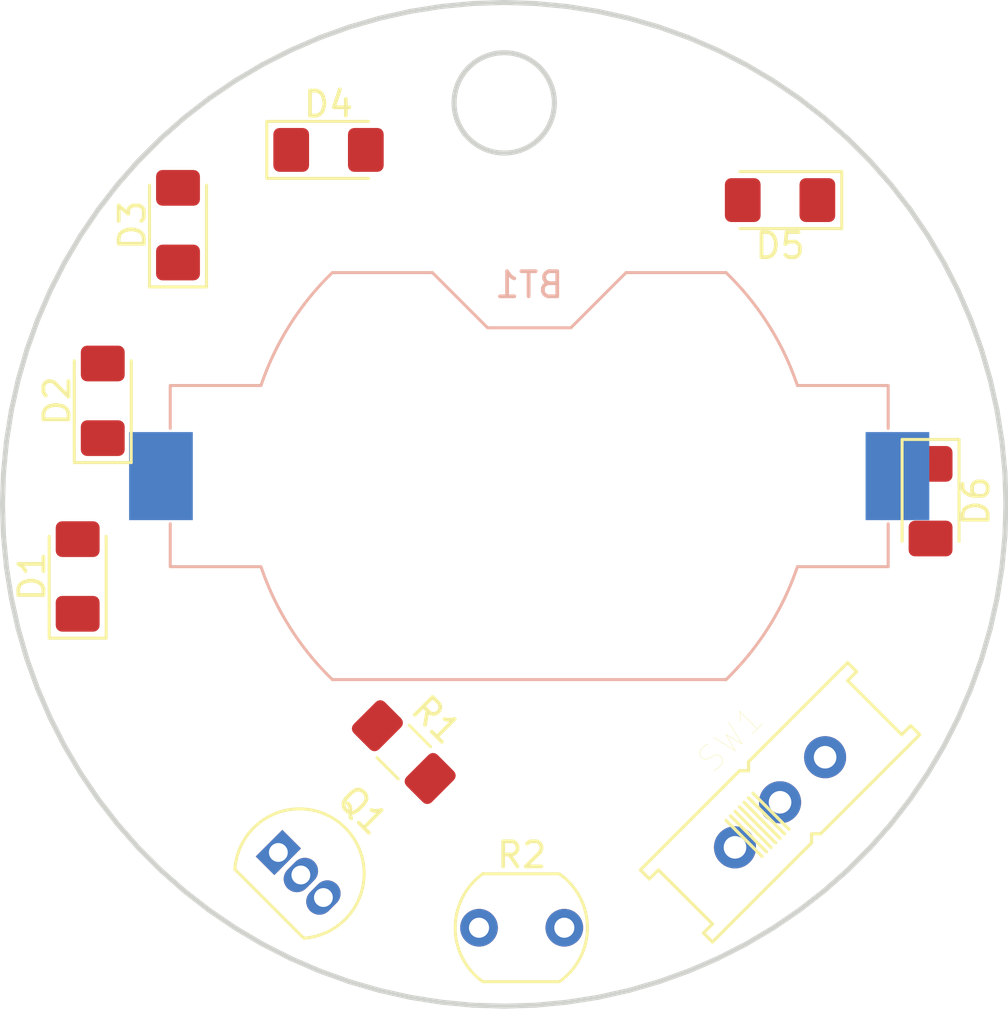
<source format=kicad_pcb>
(kicad_pcb (version 20211014) (generator pcbnew)
  (layers (0 "F.Cu" signal) (31 "B.Cu" signal) (34 "B.Paste" user) (35 "F.Paste" user) (36 "B.SilkS" user "B.Silkscreen") (37 "F.SilkS" user "F.Silkscreen") (38 "B.Mask" user) (39 "F.Mask" user) (44 "Edge.Cuts" user))
  (net 0 "")
  (net 1 "Net-(Q1-Pad1)")
  (net 2 "Net-(BT1-Pad2)")
  (net 3 "Net-(BT1-Pad1)")
  (net 4 "Net-(D1-Pad1)")
  (net 5 "Net-(D1-Pad2)")
  (footprint "LED_SMD:LED_1206_3216Metric_Pad1.42x1.75mm_HandSolder" (layer "F.Cu") (at 140 103 90)
    (fp_text reference "D1" (at 0 -1.82 90) (layer "F.SilkS"))
    (fp_text value "LED")
    (fp_line (start -2.46 -1.135) (end -2.46 1.135) (layer "F.SilkS") (width 0.12))
    (fp_line (start 1.6 -1.135) (end -2.46 -1.135) (layer "F.SilkS") (width 0.12))
    (fp_line (start -2.46 1.135) (end 1.6 1.135) (layer "F.SilkS") (width 0.12))
    (pad "1" smd roundrect (at -1.4875 0 90) (size 1.425 1.75) (layers "F.Cu" "F.Paste" "F.Mask") (roundrect_rratio 0.175439) (net 4 "Net-(D1-Pad1)"))
    (pad "2" smd roundrect (at 1.4875 0 90) (size 1.425 1.75) (layers "F.Cu" "F.Paste" "F.Mask") (roundrect_rratio 0.175439) (net 5 "Net-(D1-Pad2)"))
  )
  (footprint "LED_SMD:LED_1206_3216Metric_Pad1.42x1.75mm_HandSolder" (layer "F.Cu") (at 141 96 90)
    (fp_text reference "D2" (at 0 -1.82 90) (layer "F.SilkS"))
    (fp_text value "LED")
    (fp_line (start 1.6 -1.135) (end -2.46 -1.135) (layer "F.SilkS") (width 0.12))
    (fp_line (start -2.46 1.135) (end 1.6 1.135) (layer "F.SilkS") (width 0.12))
    (fp_line (start -2.46 -1.135) (end -2.46 1.135) (layer "F.SilkS") (width 0.12))
    (pad "1" smd roundrect (at -1.4875 0 90) (size 1.425 1.75) (layers "F.Cu" "F.Paste" "F.Mask") (roundrect_rratio 0.175439) (net 4 "Net-(D1-Pad1)"))
    (pad "2" smd roundrect (at 1.4875 0 90) (size 1.425 1.75) (layers "F.Cu" "F.Paste" "F.Mask") (roundrect_rratio 0.175439) (net 5 "Net-(D1-Pad2)"))
  )
  (footprint "LED_SMD:LED_1206_3216Metric_Pad1.42x1.75mm_HandSolder" (layer "F.Cu") (at 144 89 90)
    (fp_text reference "D3" (at 0 -1.82 90) (layer "F.SilkS"))
    (fp_text value "LED")
    (fp_line (start 1.6 -1.135) (end -2.46 -1.135) (layer "F.SilkS") (width 0.12))
    (fp_line (start -2.46 -1.135) (end -2.46 1.135) (layer "F.SilkS") (width 0.12))
    (fp_line (start -2.46 1.135) (end 1.6 1.135) (layer "F.SilkS") (width 0.12))
    (pad "1" smd roundrect (at -1.4875 0 90) (size 1.425 1.75) (layers "F.Cu" "F.Paste" "F.Mask") (roundrect_rratio 0.175439) (net 4 "Net-(D1-Pad1)"))
    (pad "2" smd roundrect (at 1.4875 0 90) (size 1.425 1.75) (layers "F.Cu" "F.Paste" "F.Mask") (roundrect_rratio 0.175439) (net 5 "Net-(D1-Pad2)"))
  )
  (footprint "LED_SMD:LED_1206_3216Metric_Pad1.42x1.75mm_HandSolder" (layer "F.Cu") (at 150 86)
    (fp_text reference "D4" (at 0 -1.82) (layer "F.SilkS"))
    (fp_text value "LED")
    (fp_line (start 1.6 -1.135) (end -2.46 -1.135) (layer "F.SilkS") (width 0.12))
    (fp_line (start -2.46 -1.135) (end -2.46 1.135) (layer "F.SilkS") (width 0.12))
    (fp_line (start -2.46 1.135) (end 1.6 1.135) (layer "F.SilkS") (width 0.12))
    (pad "1" smd roundrect (at -1.4875 0) (size 1.425 1.75) (layers "F.Cu" "F.Paste" "F.Mask") (roundrect_rratio 0.175439) (net 4 "Net-(D1-Pad1)"))
    (pad "2" smd roundrect (at 1.4875 0) (size 1.425 1.75) (layers "F.Cu" "F.Paste" "F.Mask") (roundrect_rratio 0.175439) (net 5 "Net-(D1-Pad2)"))
  )
  (footprint "LED_SMD:LED_1206_3216Metric_Pad1.42x1.75mm_HandSolder" (layer "F.Cu") (at 168 88 180)
    (fp_text reference "D5" (at 0 -1.82) (layer "F.SilkS"))
    (fp_text value "LED")
    (fp_line (start 1.6 -1.135) (end -2.46 -1.135) (layer "F.SilkS") (width 0.12))
    (fp_line (start -2.46 -1.135) (end -2.46 1.135) (layer "F.SilkS") (width 0.12))
    (fp_line (start -2.46 1.135) (end 1.6 1.135) (layer "F.SilkS") (width 0.12))
    (pad "1" smd roundrect (at -1.4875 0 180) (size 1.425 1.75) (layers "F.Cu" "F.Paste" "F.Mask") (roundrect_rratio 0.175439) (net 4 "Net-(D1-Pad1)"))
    (pad "2" smd roundrect (at 1.4875 0 180) (size 1.425 1.75) (layers "F.Cu" "F.Paste" "F.Mask") (roundrect_rratio 0.175439) (net 5 "Net-(D1-Pad2)"))
  )
  (footprint "LED_SMD:LED_1206_3216Metric_Pad1.42x1.75mm_HandSolder" (layer "F.Cu") (at 174 100 -90)
    (fp_text reference "D6" (at 0 -1.82 90) (layer "F.SilkS"))
    (fp_text value "LED")
    (fp_line (start 1.6 -1.135) (end -2.46 -1.135) (layer "F.SilkS") (width 0.12))
    (fp_line (start -2.46 1.135) (end 1.6 1.135) (layer "F.SilkS") (width 0.12))
    (fp_line (start -2.46 -1.135) (end -2.46 1.135) (layer "F.SilkS") (width 0.12))
    (pad "1" smd roundrect (at -1.4875 0 270) (size 1.425 1.75) (layers "F.Cu" "F.Paste" "F.Mask") (roundrect_rratio 0.175439) (net 4 "Net-(D1-Pad1)"))
    (pad "2" smd roundrect (at 1.4875 0 270) (size 1.425 1.75) (layers "F.Cu" "F.Paste" "F.Mask") (roundrect_rratio 0.175439) (net 5 "Net-(D1-Pad2)"))
  )
  (footprint "Resistor_SMD:R_1206_3216Metric_Pad1.42x1.75mm_HandSolder" (layer "F.Cu") (at 153 110 -45)
    (fp_text reference "R1" (at 0 -1.82 135) (layer "F.SilkS"))
    (fp_text value "100k")
    (fp_line (start -0.602064 -0.91) (end 0.602064 -0.91) (layer "F.SilkS") (width 0.12))
    (fp_line (start -0.602064 0.91) (end 0.602064 0.91) (layer "F.SilkS") (width 0.12))
    (pad "1" smd roundrect locked (at -1.4875 0 315) (size 1.425 1.75) (layers "F.Cu" "F.Paste" "F.Mask") (roundrect_rratio 0.175439) (net 5 "Net-(D1-Pad2)"))
    (pad "2" smd roundrect locked (at 1.4875 0 315) (size 1.425 1.75) (layers "F.Cu" "F.Paste" "F.Mask") (roundrect_rratio 0.175439) (net 1 "Net-(Q1-Pad1)"))
  )
  (footprint "OptoDevice:R_LDR_5.1x4.3mm_P3.4mm_Vertical" (layer "F.Cu") (at 156 117)
    (fp_text reference "R2" (at 1.7 -2.9) (layer "F.SilkS"))
    (fp_text value "LDR")
    (fp_line (start 0.15 -2.15) (end 3.2 -2.15) (layer "F.SilkS") (width 0.12))
    (fp_line (start 0.15 2.15) (end 3.2 2.15) (layer "F.SilkS") (width 0.12))
    (fp_arc (start 0.15 2.15) (mid -0.950438 -0.013368) (end 0.171766 -2.165525) (layer "F.SilkS") (width 0.12))
    (fp_arc (start 3.2 -2.15) (mid 4.321403 -0.027338) (end 3.244513 2.118249) (layer "F.SilkS") (width 0.12))
    (pad "1" thru_hole circle (at 0 0) (size 1.5 1.5) (drill 0.8) (layers *.Cu *.Mask) (net 1 "Net-(Q1-Pad1)"))
    (pad "2" thru_hole circle (at 3.4 0) (size 1.5 1.5) (drill 0.8) (layers *.Cu *.Mask) (net 2 "Net-(BT1-Pad2)"))
  )
  (footprint "EG1218:EG1218" (layer "F.Cu") (at 167.999994 112.000005 45)
    (fp_text reference "SW1" (at 0.381 -3.175 45) (layer "F.SilkS") (effects (font (thickness 0.015))))
    (fp_text value "EG1218")
    (fp_line (start -1.778 1.016) (end -1.778 -1.016) (layer "F.SilkS") (width 0.127))
    (fp_line (start 0.254 -2.032) (end 5.842 -2.032) (layer "F.SilkS") (width 0.127))
    (fp_line (start -5.842 -1.524) (end -5.842 -2.032) (layer "F.SilkS") (width 0.127))
    (fp_line (start 5.842 -2.032) (end 5.842 -1.524) (layer "F.SilkS") (width 0.127))
    (fp_line (start -0.762 1.016) (end -0.762 -1.016) (layer "F.SilkS") (width 0.127))
    (fp_line (start -1.016 -1.016) (end -1.016 1.016) (layer "F.SilkS") (width 0.127))
    (fp_line (start 0 -1.778) (end 0.254 -2.032) (layer "F.SilkS") (width 0.127))
    (fp_line (start -1.27 1.016) (end -1.27 -1.016) (layer "F.SilkS") (width 0.127))
    (fp_line (start 0 1.778) (end -0.254 2.032) (layer "F.SilkS") (width 0.127))
    (fp_line (start 5.842 2.032) (end 0.254 2.032) (layer "F.SilkS") (width 0.127))
    (fp_line (start 5.842 -1.524) (end 5.334 -1.524) (layer "F.SilkS") (width 0.127))
    (fp_line (start 5.334 1.524) (end 5.842 1.524) (layer "F.SilkS") (width 0.127))
    (fp_line (start -2.032 -1.016) (end -2.032 1.016) (layer "F.SilkS") (width 0.127))
    (fp_line (start -5.334 1.524) (end -5.334 -1.524) (layer "F.SilkS") (width 0.127))
    (fp_line (start -5.842 1.524) (end -5.334 1.524) (layer "F.SilkS") (width 0.127))
    (fp_line (start -0.254 -2.032) (end 0 -1.778) (layer "F.SilkS") (width 0.127))
    (fp_line (start -5.842 2.032) (end -5.842 1.524) (layer "F.SilkS") (width 0.127))
    (fp_line (start -5.334 -1.524) (end -5.842 -1.524) (layer "F.SilkS") (width 0.127))
    (fp_line (start -0.508 -1.016) (end -0.508 1.016) (layer "F.SilkS") (width 0.127))
    (fp_line (start -0.254 2.032) (end -5.842 2.032) (layer "F.SilkS") (width 0.127))
    (fp_line (start 5.334 -1.524) (end 5.334 1.524) (layer "F.SilkS") (width 0.127))
    (fp_line (start 0.254 2.032) (end 0 1.778) (layer "F.SilkS") (width 0.127))
    (fp_line (start -5.842 -2.032) (end -0.254 -2.032) (layer "F.SilkS") (width 0.127))
    (fp_line (start 5.842 1.524) (end 5.842 2.032) (layer "F.SilkS") (width 0.127))
    (fp_line (start -1.524 -1.016) (end -1.524 1.016) (layer "F.SilkS") (width 0.127))
    (pad "O" thru_hole circle locked (at -2.54 0 45) (size 1.6764 1.6764) (drill 0.9) (layers *.Cu *.Mask))
    (pad "P" thru_hole circle locked (at 0 0 45) (size 1.6764 1.6764) (drill 0.9) (layers *.Cu *.Mask))
    (pad "S" thru_hole circle locked (at 2.54 0 45) (size 1.6764 1.6764) (drill 0.9) (layers *.Cu *.Mask))
  )
  (footprint "Package_TO_SOT_THT:TO-92L_Inline" (layer "F.Cu") (at 148 114 -45)
    (fp_text reference "Q1" (at 1.19 -3.56 135) (layer "F.SilkS"))
    (fp_text value "BC547")
    (fp_line (start -0.75 1.7) (end 3.1 1.7) (layer "F.SilkS") (width 0.12))
    (fp_arc (start -0.75 1.7) (mid 1.183448 -2.579449) (end 3.138611 1.690122) (layer "F.SilkS") (width 0.12))
    (pad "1" thru_hole rect (at 0 0 315) (size 1.05 1.5) (drill 0.75) (layers *.Cu *.Mask) (net 1 "Net-(Q1-Pad1)"))
    (pad "2" thru_hole oval (at 1.27 0 315) (size 1.05 1.5) (drill 0.75) (layers *.Cu *.Mask) (net 4 "Net-(D1-Pad1)"))
    (pad "3" thru_hole oval (at 2.54 0 315) (size 1.05 1.5) (drill 0.75) (layers *.Cu *.Mask) (net 2 "Net-(BT1-Pad2)"))
  )
  (footprint "Battery:BatteryHolder_Keystone_1058_1x2032" (layer "B.Cu") (at 158 99)
    (fp_text reference "BT1" (at 0 -7.62) (layer "B.SilkS") (effects (justify mirror)))
    (fp_text value "CR2032")
    (fp_line (start -3.86 -8.11) (end -7.8473 -8.11) (layer "B.SilkS") (width 0.12))
    (fp_line (start 14.31 -3.61) (end 10.692 -3.61) (layer "B.SilkS") (width 0.12))
    (fp_line (start 1.66 -5.91) (end -1.66 -5.91) (layer "B.SilkS") (width 0.12))
    (fp_line (start 10.692 3.61) (end 14.31 3.61) (layer "B.SilkS") (width 0.12))
    (fp_line (start 14.31 -1.9) (end 14.31 -3.61) (layer "B.SilkS") (width 0.12))
    (fp_line (start -1.66 -5.91) (end -3.86 -8.11) (layer "B.SilkS") (width 0.12))
    (fp_line (start -14.31 -1.9) (end -14.31 -3.61) (layer "B.SilkS") (width 0.12))
    (fp_line (start 7.8473 -8.11) (end 3.86 -8.11) (layer "B.SilkS") (width 0.12))
    (fp_line (start -14.31 1.9) (end -14.31 3.61) (layer "B.SilkS") (width 0.12))
    (fp_line (start 1.66 -5.91) (end 3.86 -8.11) (layer "B.SilkS") (width 0.12))
    (fp_line (start -14.31 3.61) (end -10.692 3.61) (layer "B.SilkS") (width 0.12))
    (fp_line (start 14.31 1.9) (end 14.31 3.61) (layer "B.SilkS") (width 0.12))
    (fp_line (start -7.8473 8.11) (end 7.8473 8.11) (layer "B.SilkS") (width 0.12))
    (fp_line (start -10.692 -3.61) (end -14.31 -3.61) (layer "B.SilkS") (width 0.12))
    (fp_arc (start -7.845371 8.111789) (mid -9.538084 6.031244) (end -10.692 3.61) (layer "B.SilkS") (width 0.12))
    (fp_arc (start 7.845371 -8.111789) (mid 9.538084 -6.031244) (end 10.692 -3.61) (layer "B.SilkS") (width 0.12))
    (fp_arc (start 10.692 3.61) (mid 9.538085 6.031245) (end 7.845371 8.111789) (layer "B.SilkS") (width 0.12))
    (fp_arc (start -10.692 -3.61) (mid -9.538085 -6.031245) (end -7.845371 -8.111789) (layer "B.SilkS") (width 0.12))
    (pad "1" smd rect (at -14.68 0) (size 2.54 3.51) (layers "B.Cu" "B.Paste" "B.Mask") (net 3 "Net-(BT1-Pad1)"))
    (pad "2" smd rect (at 14.68 0) (size 2.54 3.51) (layers "B.Cu" "B.Paste" "B.Mask") (net 2 "Net-(BT1-Pad2)"))
  )
  (gr_line (start 155.10185 83.5076) (end 155.14441 83.389399) (layer "Edge.Cuts") (width 0.2))
  (gr_line (start 157.501325 82.188399) (end 157.621977 82.223499) (layer "Edge.Cuts") (width 0.2))
  (gr_line (start 161.97774 119.497299) (end 163.18428 119.146699) (layer "Edge.Cuts") (width 0.2))
  (gr_line (start 158.37303 85.583499) (end 158.27879 85.666599) (layer "Edge.Cuts") (width 0.2))
  (gr_line (start 156.87837 82.129599) (end 157.00395 82.125599) (layer "Edge.Cuts") (width 0.2))
  (gr_line (start 155.00395 84.125599) (end 155.0079 84) (layer "Edge.Cuts") (width 0.2))
  (gr_line (start 165.51953 118.222099) (end 166.63902 117.651699) (layer "Edge.Cuts") (width 0.2))
  (gr_line (start 149.64146 118.721099) (end 150.82362 119.146699) (layer "Edge.Cuts") (width 0.2))
  (gr_line (start 157.740187 85.985199) (end 157.621977 86.027699) (layer "Edge.Cuts") (width 0.2))
  (gr_line (start 170.69485 85.546199) (end 169.75245 84.715299) (layer "Edge.Cuts") (width 0.2))
  (gr_line (start 172.41425 112.874099) (end 173.184249 111.881299) (layer "Edge.Cuts") (width 0.2))
  (gr_line (start 155.74815 80.165099) (end 154.4973 80.283299) (layer "Edge.Cuts") (width 0.2))
  (gr_line (start 158.69259 85.197299) (end 158.62198 85.301199) (layer "Edge.Cuts") (width 0.2))
  (gr_line (start 152.03016 80.753899) (end 150.82362 81.104499) (layer "Edge.Cuts") (width 0.2))
  (gr_line (start 157.00395 86.125599) (end 156.87837 86.121699) (layer "Edge.Cuts") (width 0.2))
  (gr_line (start 148.48837 118.222099) (end 149.64146 118.721099) (layer "Edge.Cuts") (width 0.2))
  (gr_line (start 169.75245 115.535899) (end 170.69485 114.704999) (layer "Edge.Cuts") (width 0.2))
  (gr_line (start 145.24825 83.9453) (end 144.25545 84.715299) (layer "Edge.Cuts") (width 0.2))
  (gr_line (start 137.04345 98.869799) (end 137.00395 100.125599) (layer "Edge.Cuts") (width 0.2))
  (gr_line (start 158.54497 85.400499) (end 158.46188 85.494699) (layer "Edge.Cuts") (width 0.2))
  (gr_line (start 157.378706 82.160999) (end 157.501325 82.188399) (layer "Edge.Cuts") (width 0.2))
  (gr_line (start 143.31305 114.704999) (end 144.25545 115.535899) (layer "Edge.Cuts") (width 0.2))
  (gr_line (start 167.72045 117.012199) (end 168.75965 116.305898) (layer "Edge.Cuts") (width 0.2))
  (gr_line (start 137.16165 102.632249) (end 137.35825 103.873219) (layer "Edge.Cuts") (width 0.2))
  (gr_line (start 155.03938 84.500399) (end 155.01973 84.376299) (layer "Edge.Cuts") (width 0.2))
  (gr_line (start 158.27879 85.666599) (end 158.17952 85.743599) (layer "Edge.Cuts") (width 0.2))
  (gr_line (start 175.10045 91.610019) (end 174.53005 90.490529) (layer "Edge.Cuts") (width 0.2))
  (gr_line (start 157.967451 82.372999) (end 158.07559 82.436999) (layer "Edge.Cuts") (width 0.2))
  (gr_line (start 177.00395 100.125599) (end 176.96445 98.869799) (layer "Edge.Cuts") (width 0.2))
  (gr_line (start 155.93231 82.436999) (end 156.040449 82.372999) (layer "Edge.Cuts") (width 0.2))
  (gr_line (start 157.12953 82.129599) (end 157.254606 82.141399) (layer "Edge.Cuts") (width 0.2))
  (gr_line (start 141.59365 112.874099) (end 142.42455 113.816499) (layer "Edge.Cuts") (width 0.2))
  (gr_line (start 156.267713 85.985199) (end 156.152403 85.935299) (layer "Edge.Cuts") (width 0.2))
  (gr_line (start 159.00395 84.125599) (end 159 84.251199) (layer "Edge.Cuts") (width 0.2))
  (gr_line (start 176.64965 103.873219) (end 176.84625 102.632249) (layer "Edge.Cuts") (width 0.2))
  (gr_line (start 159.5106 80.283299) (end 158.25975 80.165099) (layer "Edge.Cuts") (width 0.2))
  (gr_line (start 157.621977 82.223499) (end 157.740187 82.266099) (layer "Edge.Cuts") (width 0.2))
  (gr_line (start 150.82362 81.104499) (end 149.64146 81.530099) (layer "Edge.Cuts") (width 0.2))
  (gr_line (start 168.75965 116.305898) (end 169.75245 115.535899) (layer "Edge.Cuts") (width 0.2))
  (gr_line (start 158.69259 83.053999) (end 158.75656 83.162099) (layer "Edge.Cuts") (width 0.2))
  (gr_line (start 173.89055 110.842099) (end 174.53005 109.760669) (layer "Edge.Cuts") (width 0.2))
  (gr_line (start 156.506575 82.188399) (end 156.629194 82.160999) (layer "Edge.Cuts") (width 0.2))
  (gr_line (start 155.38592 82.949999) (end 155.46293 82.850799) (layer "Edge.Cuts") (width 0.2))
  (gr_line (start 146.28745 117.012199) (end 147.36888 117.651699) (layer "Edge.Cuts") (width 0.2))
  (gr_line (start 141.59365 87.377099) (end 140.823651 88.369899) (layer "Edge.Cuts") (width 0.2))
  (gr_line (start 155.10185 84.743599) (end 155.06679 84.622999) (layer "Edge.Cuts") (width 0.2))
  (gr_line (start 137.63225 95.151809) (end 137.35825 96.377979) (layer "Edge.Cuts") (width 0.2))
  (gr_line (start 176.84625 97.618949) (end 176.64965 96.377979) (layer "Edge.Cuts") (width 0.2))
  (gr_line (start 173.184249 88.369899) (end 172.41425 87.377099) (layer "Edge.Cuts") (width 0.2))
  (gr_line (start 166.63902 82.599499) (end 165.51953 82.029099) (layer "Edge.Cuts") (width 0.2))
  (gr_line (start 158.90605 84.743599) (end 158.86349 84.861899) (layer "Edge.Cuts") (width 0.2))
  (gr_line (start 156.629194 82.160999) (end 156.753294 82.141399) (layer "Edge.Cuts") (width 0.2))
  (gr_line (start 137.98285 93.945269) (end 137.63225 95.151809) (layer "Edge.Cuts") (width 0.2))
  (gr_line (start 158.94111 83.6282) (end 158.96852 83.750799) (layer "Edge.Cuts") (width 0.2))
  (gr_line (start 166.63902 117.651699) (end 167.72045 117.012199) (layer "Edge.Cuts") (width 0.2))
  (gr_line (start 155.06679 84.622999) (end 155.03938 84.500399) (layer "Edge.Cuts") (width 0.2))
  (gr_line (start 155.14441 83.389399) (end 155.1943 83.274099) (layer "Edge.Cuts") (width 0.2))
  (gr_line (start 155.1943 83.274099) (end 155.25134 83.162099) (layer "Edge.Cuts") (width 0.2))
  (gr_line (start 158.27879 82.584599) (end 158.37303 82.667699) (layer "Edge.Cuts") (width 0.2))
  (gr_line (start 159 84.251199) (end 158.98817 84.376299) (layer "Edge.Cuts") (width 0.2))
  (gr_line (start 157.855497 82.315999) (end 157.967451 82.372999) (layer "Edge.Cuts") (width 0.2))
  (gr_line (start 158.62198 82.949999) (end 158.69259 83.053999) (layer "Edge.Cuts") (width 0.2))
  (gr_line (start 175.59945 107.488089) (end 176.02505 106.305929) (layer "Edge.Cuts") (width 0.2))
  (gr_line (start 158.98817 83.8749) (end 159 84) (layer "Edge.Cuts") (width 0.2))
  (gr_line (start 140.823651 88.369899) (end 140.11735 89.409099) (layer "Edge.Cuts") (width 0.2))
  (gr_line (start 138.90745 108.641179) (end 139.47785 109.760669) (layer "Edge.Cuts") (width 0.2))
  (gr_line (start 176.84625 102.632249) (end 176.96445 101.381399) (layer "Edge.Cuts") (width 0.2))
  (gr_line (start 153.25633 80.479899) (end 152.03016 80.753899) (layer "Edge.Cuts") (width 0.2))
  (gr_line (start 158.46188 82.756499) (end 158.54497 82.850799) (layer "Edge.Cuts") (width 0.2))
  (gr_line (start 155.72911 85.666599) (end 155.63487 85.583499) (layer "Edge.Cuts") (width 0.2))
  (gr_line (start 155.74815 120.086099) (end 157.00395 120.125599) (layer "Edge.Cuts") (width 0.2))
  (gr_line (start 158.75656 85.089099) (end 158.69259 85.197299) (layer "Edge.Cuts") (width 0.2))
  (gr_line (start 137.00395 100.125599) (end 137.04345 101.381399) (layer "Edge.Cuts") (width 0.2))
  (gr_line (start 176.37565 95.151809) (end 176.02505 93.945269) (layer "Edge.Cuts") (width 0.2))
  (gr_line (start 158.96852 83.750799) (end 158.98817 83.8749) (layer "Edge.Cuts") (width 0.2))
  (gr_line (start 147.36888 117.651699) (end 148.48837 118.222099) (layer "Edge.Cuts") (width 0.2))
  (gr_line (start 137.63225 105.099389) (end 137.98285 106.305929) (layer "Edge.Cuts") (width 0.2))
  (gr_line (start 159.5106 119.967899) (end 160.75157 119.771299) (layer "Edge.Cuts") (width 0.2))
  (gr_line (start 144.25545 84.715299) (end 143.31305 85.546199) (layer "Edge.Cuts") (width 0.2))
  (gr_line (start 155.14441 84.861899) (end 155.10185 84.743599) (layer "Edge.Cuts") (width 0.2))
  (gr_line (start 171.58335 113.816499) (end 172.41425 112.874099) (layer "Edge.Cuts") (width 0.2))
  (gr_line (start 176.37565 105.099389) (end 176.64965 103.873219) (layer "Edge.Cuts") (width 0.2))
  (gr_line (start 158.86349 84.861899) (end 158.8136 84.977199) (layer "Edge.Cuts") (width 0.2))
  (gr_line (start 155.46293 82.850799) (end 155.54602 82.756499) (layer "Edge.Cuts") (width 0.2))
  (gr_line (start 170.69485 114.704999) (end 171.58335 113.816499) (layer "Edge.Cuts") (width 0.2))
  (gr_line (start 163.18428 81.104499) (end 161.97774 80.753899) (layer "Edge.Cuts") (width 0.2))
  (gr_line (start 158.8136 84.977199) (end 158.75656 85.089099) (layer "Edge.Cuts") (width 0.2))
  (gr_line (start 158.07559 82.436999) (end 158.17952 82.507599) (layer "Edge.Cuts") (width 0.2))
  (gr_line (start 155.01973 83.8749) (end 155.03938 83.750799) (layer "Edge.Cuts") (width 0.2))
  (gr_line (start 156.629194 86.090199) (end 156.506575 86.062799) (layer "Edge.Cuts") (width 0.2))
  (gr_line (start 144.25545 115.535899) (end 145.24825 116.305898) (layer "Edge.Cuts") (width 0.2))
  (gr_line (start 176.96445 101.381399) (end 177.00395 100.125599) (layer "Edge.Cuts") (width 0.2))
  (gr_line (start 164.36644 81.530099) (end 163.18428 81.104499) (layer "Edge.Cuts") (width 0.2))
  (gr_line (start 158.90605 83.5076) (end 158.94111 83.6282) (layer "Edge.Cuts") (width 0.2))
  (gr_line (start 157.00395 120.125599) (end 158.25975 120.086099) (layer "Edge.Cuts") (width 0.2))
  (gr_line (start 155.03938 83.750799) (end 155.06679 83.6282) (layer "Edge.Cuts") (width 0.2))
  (gr_line (start 165.51953 82.029099) (end 164.36644 81.530099) (layer "Edge.Cuts") (width 0.2))
  (gr_line (start 176.64965 96.377979) (end 176.37565 95.151809) (layer "Edge.Cuts") (width 0.2))
  (gr_line (start 140.11735 89.409099) (end 139.47785 90.490529) (layer "Edge.Cuts") (width 0.2))
  (gr_line (start 169.75245 84.715299) (end 168.75965 83.9453) (layer "Edge.Cuts") (width 0.2))
  (gr_line (start 146.28745 83.238999) (end 145.24825 83.9453) (layer "Edge.Cuts") (width 0.2))
  (gr_line (start 157.740187 82.266099) (end 157.855497 82.315999) (layer "Edge.Cuts") (width 0.2))
  (gr_line (start 148.48837 82.029099) (end 147.36888 82.599499) (layer "Edge.Cuts") (width 0.2))
  (gr_line (start 157.12953 86.121699) (end 157.00395 86.125599) (layer "Edge.Cuts") (width 0.2))
  (gr_line (start 137.16165 97.618949) (end 137.04345 98.869799) (layer "Edge.Cuts") (width 0.2))
  (gr_line (start 153.25633 119.771299) (end 154.4973 119.967899) (layer "Edge.Cuts") (width 0.2))
  (gr_line (start 157.967451 85.878199) (end 157.855497 85.935299) (layer "Edge.Cuts") (width 0.2))
  (gr_line (start 137.35825 96.377979) (end 137.16165 97.618949) (layer "Edge.Cuts") (width 0.2))
  (gr_line (start 158.54497 82.850799) (end 158.62198 82.949999) (layer "Edge.Cuts") (width 0.2))
  (gr_line (start 155.54602 85.494699) (end 155.46293 85.400499) (layer "Edge.Cuts") (width 0.2))
  (gr_line (start 158.37303 82.667699) (end 158.46188 82.756499) (layer "Edge.Cuts") (width 0.2))
  (gr_line (start 157.621977 86.027699) (end 157.501325 86.062799) (layer "Edge.Cuts") (width 0.2))
  (gr_line (start 155.63487 85.583499) (end 155.54602 85.494699) (layer "Edge.Cuts") (width 0.2))
  (gr_line (start 149.64146 81.530099) (end 148.48837 82.029099) (layer "Edge.Cuts") (width 0.2))
  (gr_line (start 174.53005 109.760669) (end 175.10045 108.641179) (layer "Edge.Cuts") (width 0.2))
  (gr_line (start 158.46188 85.494699) (end 158.37303 85.583499) (layer "Edge.Cuts") (width 0.2))
  (gr_line (start 171.58335 86.434699) (end 170.69485 85.546199) (layer "Edge.Cuts") (width 0.2))
  (gr_line (start 155.72911 82.584599) (end 155.82838 82.507599) (layer "Edge.Cuts") (width 0.2))
  (gr_line (start 145.24825 116.305898) (end 146.28745 117.012199) (layer "Edge.Cuts") (width 0.2))
  (gr_line (start 173.89055 89.409099) (end 173.184249 88.369899) (layer "Edge.Cuts") (width 0.2))
  (gr_line (start 163.18428 119.146699) (end 164.36644 118.721099) (layer "Edge.Cuts") (width 0.2))
  (gr_line (start 143.31305 85.546199) (end 142.42455 86.434699) (layer "Edge.Cuts") (width 0.2))
  (gr_line (start 158.96852 84.500399) (end 158.94111 84.622999) (layer "Edge.Cuts") (width 0.2))
  (gr_line (start 157.501325 86.062799) (end 157.378706 86.090199) (layer "Edge.Cuts") (width 0.2))
  (gr_line (start 140.11735 110.842099) (end 140.823651 111.881299) (layer "Edge.Cuts") (width 0.2))
  (gr_line (start 155.46293 85.400499) (end 155.38592 85.301199) (layer "Edge.Cuts") (width 0.2))
  (gr_line (start 160.75157 119.771299) (end 161.97774 119.497299) (layer "Edge.Cuts") (width 0.2))
  (gr_line (start 155.1943 84.977199) (end 155.14441 84.861899) (layer "Edge.Cuts") (width 0.2))
  (gr_line (start 155.54602 82.756499) (end 155.63487 82.667699) (layer "Edge.Cuts") (width 0.2))
  (gr_line (start 156.267713 82.266099) (end 156.385923 82.223499) (layer "Edge.Cuts") (width 0.2))
  (gr_line (start 157.378706 86.090199) (end 157.254606 86.109799) (layer "Edge.Cuts") (width 0.2))
  (gr_line (start 157.254606 82.141399) (end 157.378706 82.160999) (layer "Edge.Cuts") (width 0.2))
  (gr_line (start 176.02505 93.945269) (end 175.59945 92.763109) (layer "Edge.Cuts") (width 0.2))
  (gr_line (start 176.96445 98.869799) (end 176.84625 97.618949) (layer "Edge.Cuts") (width 0.2))
  (gr_line (start 154.4973 80.283299) (end 153.25633 80.479899) (layer "Edge.Cuts") (width 0.2))
  (gr_line (start 158.25975 120.086099) (end 159.5106 119.967899) (layer "Edge.Cuts") (width 0.2))
  (gr_line (start 156.506575 86.062799) (end 156.385923 86.027699) (layer "Edge.Cuts") (width 0.2))
  (gr_line (start 156.040449 85.878199) (end 155.93231 85.814299) (layer "Edge.Cuts") (width 0.2))
  (gr_line (start 160.75157 80.479899) (end 159.5106 80.283299) (layer "Edge.Cuts") (width 0.2))
  (gr_line (start 138.90745 91.610019) (end 138.40845 92.763109) (layer "Edge.Cuts") (width 0.2))
  (gr_line (start 176.02505 106.305929) (end 176.37565 105.099389) (layer "Edge.Cuts") (width 0.2))
  (gr_line (start 139.47785 109.760669) (end 140.11735 110.842099) (layer "Edge.Cuts") (width 0.2))
  (gr_line (start 155.93231 85.814299) (end 155.82838 85.743599) (layer "Edge.Cuts") (width 0.2))
  (gr_line (start 155.31531 85.197299) (end 155.25134 85.089099) (layer "Edge.Cuts") (width 0.2))
  (gr_line (start 152.03016 119.497299) (end 153.25633 119.771299) (layer "Edge.Cuts") (width 0.2))
  (gr_line (start 156.040449 82.372999) (end 156.152403 82.315999) (layer "Edge.Cuts") (width 0.2))
  (gr_line (start 155.31531 83.053999) (end 155.38592 82.949999) (layer "Edge.Cuts") (width 0.2))
  (gr_line (start 167.72045 83.238999) (end 166.63902 82.599499) (layer "Edge.Cuts") (width 0.2))
  (gr_line (start 156.152403 82.315999) (end 156.267713 82.266099) (layer "Edge.Cuts") (width 0.2))
  (gr_line (start 158.8136 83.274099) (end 158.86349 83.389399) (layer "Edge.Cuts") (width 0.2))
  (gr_line (start 155.38592 85.301199) (end 155.31531 85.197299) (layer "Edge.Cuts") (width 0.2))
  (gr_line (start 158.17952 85.743599) (end 158.07559 85.814299) (layer "Edge.Cuts") (width 0.2))
  (gr_line (start 156.385923 86.027699) (end 156.267713 85.985199) (layer "Edge.Cuts") (width 0.2))
  (gr_line (start 157.855497 85.935299) (end 157.740187 85.985199) (layer "Edge.Cuts") (width 0.2))
  (gr_line (start 174.53005 90.490529) (end 173.89055 89.409099) (layer "Edge.Cuts") (width 0.2))
  (gr_line (start 158.94111 84.622999) (end 158.90605 84.743599) (layer "Edge.Cuts") (width 0.2))
  (gr_line (start 142.42455 86.434699) (end 141.59365 87.377099) (layer "Edge.Cuts") (width 0.2))
  (gr_line (start 158.62198 85.301199) (end 158.54497 85.400499) (layer "Edge.Cuts") (width 0.2))
  (gr_line (start 155.01973 84.376299) (end 155.0079 84.251199) (layer "Edge.Cuts") (width 0.2))
  (gr_line (start 157.00395 82.125599) (end 157.12953 82.129599) (layer "Edge.Cuts") (width 0.2))
  (gr_line (start 150.82362 119.146699) (end 152.03016 119.497299) (layer "Edge.Cuts") (width 0.2))
  (gr_line (start 155.06679 83.6282) (end 155.10185 83.5076) (layer "Edge.Cuts") (width 0.2))
  (gr_line (start 158.75656 83.162099) (end 158.8136 83.274099) (layer "Edge.Cuts") (width 0.2))
  (gr_line (start 154.4973 119.967899) (end 155.74815 120.086099) (layer "Edge.Cuts") (width 0.2))
  (gr_line (start 158.86349 83.389399) (end 158.90605 83.5076) (layer "Edge.Cuts") (width 0.2))
  (gr_line (start 164.36644 118.721099) (end 165.51953 118.222099) (layer "Edge.Cuts") (width 0.2))
  (gr_line (start 140.823651 111.881299) (end 141.59365 112.874099) (layer "Edge.Cuts") (width 0.2))
  (gr_line (start 156.385923 82.223499) (end 156.506575 82.188399) (layer "Edge.Cuts") (width 0.2))
  (gr_line (start 142.42455 113.816499) (end 143.31305 114.704999) (layer "Edge.Cuts") (width 0.2))
  (gr_line (start 155.63487 82.667699) (end 155.72911 82.584599) (layer "Edge.Cuts") (width 0.2))
  (gr_line (start 155.82838 85.743599) (end 155.72911 85.666599) (layer "Edge.Cuts") (width 0.2))
  (gr_line (start 158.07559 85.814299) (end 157.967451 85.878199) (layer "Edge.Cuts") (width 0.2))
  (gr_line (start 156.152403 85.935299) (end 156.040449 85.878199) (layer "Edge.Cuts") (width 0.2))
  (gr_line (start 155.82838 82.507599) (end 155.93231 82.436999) (layer "Edge.Cuts") (width 0.2))
  (gr_line (start 157.00395 80.125599) (end 155.74815 80.165099) (layer "Edge.Cuts") (width 0.2))
  (gr_line (start 155.0079 84.251199) (end 155.00395 84.125599) (layer "Edge.Cuts") (width 0.2))
  (gr_line (start 168.75965 83.9453) (end 167.72045 83.238999) (layer "Edge.Cuts") (width 0.2))
  (gr_line (start 139.47785 90.490529) (end 138.90745 91.610019) (layer "Edge.Cuts") (width 0.2))
  (gr_line (start 155.25134 83.162099) (end 155.31531 83.053999) (layer "Edge.Cuts") (width 0.2))
  (gr_line (start 156.753294 86.109799) (end 156.629194 86.090199) (layer "Edge.Cuts") (width 0.2))
  (gr_line (start 161.97774 80.753899) (end 160.75157 80.479899) (layer "Edge.Cuts") (width 0.2))
  (gr_line (start 156.87837 86.121699) (end 156.753294 86.109799) (layer "Edge.Cuts") (width 0.2))
  (gr_line (start 159 84) (end 159.00395 84.125599) (layer "Edge.Cuts") (width 0.2))
  (gr_line (start 175.59945 92.763109) (end 175.10045 91.610019) (layer "Edge.Cuts") (width 0.2))
  (gr_line (start 137.04345 101.381399) (end 137.16165 102.632249) (layer "Edge.Cuts") (width 0.2))
  (gr_line (start 173.184249 111.881299) (end 173.89055 110.842099) (layer "Edge.Cuts") (width 0.2))
  (gr_line (start 158.98817 84.376299) (end 158.96852 84.500399) (layer "Edge.Cuts") (width 0.2))
  (gr_line (start 147.36888 82.599499) (end 146.28745 83.238999) (layer "Edge.Cuts") (width 0.2))
  (gr_line (start 175.10045 108.641179) (end 175.59945 107.488089) (layer "Edge.Cuts") (width 0.2))
  (gr_line (start 155.0079 84) (end 155.01973 83.8749) (layer "Edge.Cuts") (width 0.2))
  (gr_line (start 156.753294 82.141399) (end 156.87837 82.129599) (layer "Edge.Cuts") (width 0.2))
  (gr_line (start 157.254606 86.109799) (end 157.12953 86.121699) (layer "Edge.Cuts") (width 0.2))
  (gr_line (start 158.17952 82.507599) (end 158.27879 82.584599) (layer "Edge.Cuts") (width 0.2))
  (gr_line (start 137.98285 106.305929) (end 138.40845 107.488089) (layer "Edge.Cuts") (width 0.2))
  (gr_line (start 138.40845 107.488089) (end 138.90745 108.641179) (layer "Edge.Cuts") (width 0.2))
  (gr_line (start 137.35825 103.873219) (end 137.63225 105.099389) (layer "Edge.Cuts") (width 0.2))
  (gr_line (start 138.40845 92.763109) (end 137.98285 93.945269) (layer "Edge.Cuts") (width 0.2))
  (gr_line (start 158.25975 80.165099) (end 157.00395 80.125599) (layer "Edge.Cuts") (width 0.2))
  (gr_line (start 172.41425 87.377099) (end 171.58335 86.434699) (layer "Edge.Cuts") (width 0.2))
  (gr_line (start 155.25134 85.089099) (end 155.1943 84.977199) (layer "Edge.Cuts") (width 0.2))
)
</source>
